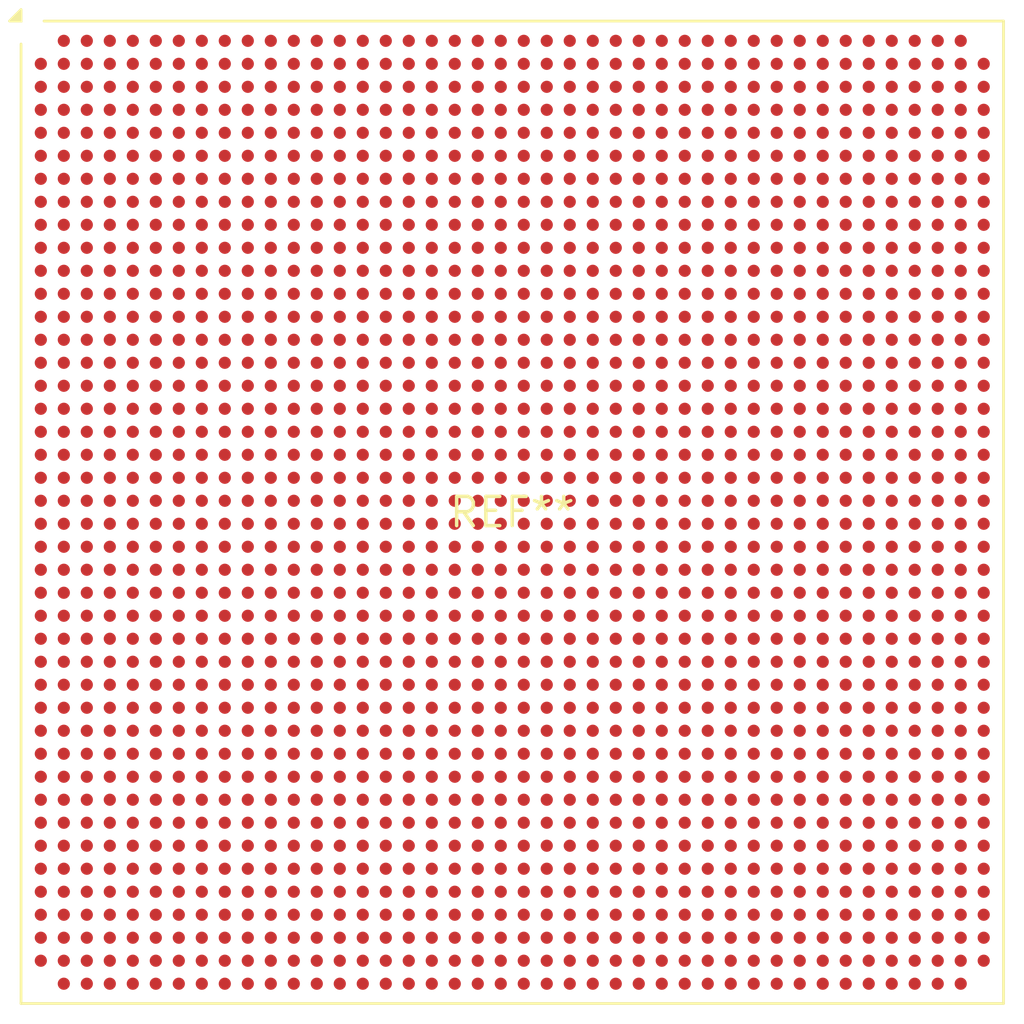
<source format=kicad_pcb>
(kicad_pcb (version 20240108) (generator pcbnew)
  (layers (0 "F.Cu" signal) (31 "B.Cu" signal) (34 "B.Paste" user) (35 "F.Paste" user) (36 "B.SilkS" user "B.Silkscreen") (37 "F.SilkS" user "F.Silkscreen") (38 "B.Mask" user) (39 "F.Mask" user) (44 "Edge.Cuts" user))
  (net 0 "")
  (footprint "Xilinx_FFG1761" (layer "F.Cu") (at 0 0)
    (property "Reference" "REF**")
    (property "Value" "Xilinx_FFG1761")
  )
)
</source>
